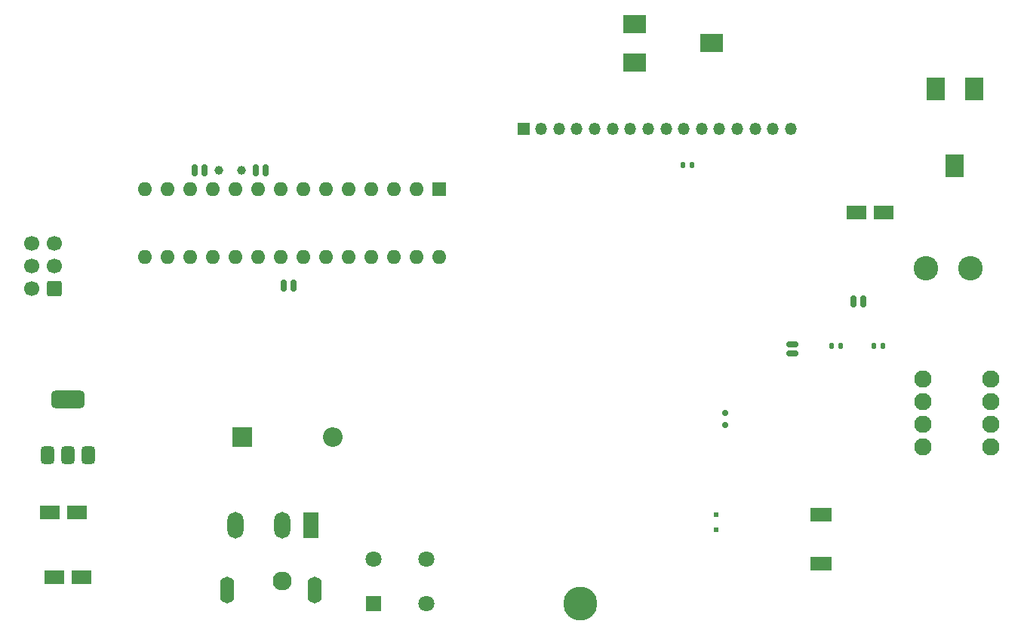
<source format=gbr>
%TF.GenerationSoftware,KiCad,Pcbnew,8.0.4*%
%TF.CreationDate,2025-05-14T15:51:55-04:00*%
%TF.ProjectId,am-receiver,616d2d72-6563-4656-9976-65722e6b6963,rev?*%
%TF.SameCoordinates,Original*%
%TF.FileFunction,Soldermask,Top*%
%TF.FilePolarity,Negative*%
%FSLAX46Y46*%
G04 Gerber Fmt 4.6, Leading zero omitted, Abs format (unit mm)*
G04 Created by KiCad (PCBNEW 8.0.4) date 2025-05-14 15:51:55*
%MOMM*%
%LPD*%
G01*
G04 APERTURE LIST*
G04 Aperture macros list*
%AMRoundRect*
0 Rectangle with rounded corners*
0 $1 Rounding radius*
0 $2 $3 $4 $5 $6 $7 $8 $9 X,Y pos of 4 corners*
0 Add a 4 corners polygon primitive as box body*
4,1,4,$2,$3,$4,$5,$6,$7,$8,$9,$2,$3,0*
0 Add four circle primitives for the rounded corners*
1,1,$1+$1,$2,$3*
1,1,$1+$1,$4,$5*
1,1,$1+$1,$6,$7*
1,1,$1+$1,$8,$9*
0 Add four rect primitives between the rounded corners*
20,1,$1+$1,$2,$3,$4,$5,0*
20,1,$1+$1,$4,$5,$6,$7,0*
20,1,$1+$1,$6,$7,$8,$9,0*
20,1,$1+$1,$8,$9,$2,$3,0*%
G04 Aperture macros list end*
%ADD10R,1.800000X1.800000*%
%ADD11C,1.800000*%
%ADD12R,2.200000X1.600000*%
%ADD13R,0.500000X0.500000*%
%ADD14RoundRect,0.135000X-0.135000X-0.185000X0.135000X-0.185000X0.135000X0.185000X-0.135000X0.185000X0*%
%ADD15C,3.800000*%
%ADD16RoundRect,0.375000X0.375000X-0.625000X0.375000X0.625000X-0.375000X0.625000X-0.375000X-0.625000X0*%
%ADD17RoundRect,0.500000X1.400000X-0.500000X1.400000X0.500000X-1.400000X0.500000X-1.400000X-0.500000X0*%
%ADD18R,2.400000X1.500000*%
%ADD19RoundRect,0.135000X0.135000X0.185000X-0.135000X0.185000X-0.135000X-0.185000X0.135000X-0.185000X0*%
%ADD20RoundRect,0.250000X0.600000X0.600000X-0.600000X0.600000X-0.600000X-0.600000X0.600000X-0.600000X0*%
%ADD21C,1.700000*%
%ADD22RoundRect,0.165000X-0.165000X-0.475000X0.165000X-0.475000X0.165000X0.475000X-0.165000X0.475000X0*%
%ADD23RoundRect,0.165000X0.475000X-0.165000X0.475000X0.165000X-0.475000X0.165000X-0.475000X-0.165000X0*%
%ADD24R,2.000000X2.500000*%
%ADD25R,2.500000X2.000000*%
%ADD26C,1.931200*%
%ADD27R,1.350000X1.350000*%
%ADD28O,1.350000X1.350000*%
%ADD29RoundRect,0.150000X0.200000X-0.150000X0.200000X0.150000X-0.200000X0.150000X-0.200000X-0.150000X0*%
%ADD30RoundRect,0.165000X0.165000X0.475000X-0.165000X0.475000X-0.165000X-0.475000X0.165000X-0.475000X0*%
%ADD31C,2.744000*%
%ADD32C,1.000000*%
%ADD33R,1.600000X1.600000*%
%ADD34O,1.600000X1.600000*%
%ADD35R,2.200000X2.200000*%
%ADD36O,2.200000X2.200000*%
%ADD37C,2.130000*%
%ADD38R,1.800000X3.000000*%
%ADD39O,1.800000X3.000000*%
%ADD40O,1.600000X3.000000*%
G04 APERTURE END LIST*
D10*
%TO.C,SW2*%
X129750000Y-132000000D03*
D11*
X129750000Y-127000000D03*
X135750000Y-132000000D03*
X135750000Y-127000000D03*
%TD*%
D12*
%TO.C,PC3*%
X184000000Y-88000000D03*
X187000000Y-88000000D03*
%TD*%
D13*
%TO.C,C1*%
X168250000Y-123700000D03*
X168250000Y-122000000D03*
%TD*%
D14*
%TO.C,R1*%
X185895000Y-103000000D03*
X186915000Y-103000000D03*
%TD*%
D15*
%TO.C,AE1*%
X153000000Y-132000000D03*
%TD*%
D16*
%TO.C,U3*%
X93200000Y-115300000D03*
X95500000Y-115300000D03*
D17*
X95500000Y-109000000D03*
D16*
X97800000Y-115300000D03*
%TD*%
D18*
%TO.C,L1*%
X180000000Y-127500000D03*
X180000000Y-122000000D03*
%TD*%
D19*
%TO.C,R4*%
X165515000Y-82650000D03*
X164495000Y-82650000D03*
%TD*%
D20*
%TO.C,J2*%
X94000000Y-96580000D03*
D21*
X91460000Y-96580000D03*
X94000000Y-94040000D03*
X91460000Y-94040000D03*
X94000000Y-91500000D03*
X91460000Y-91500000D03*
%TD*%
D22*
%TO.C,C4*%
X183615000Y-98000000D03*
X184695000Y-98000000D03*
%TD*%
D23*
%TO.C,C2*%
X176750000Y-103885000D03*
X176750000Y-102805000D03*
%TD*%
D22*
%TO.C,C6*%
X109750000Y-83250000D03*
X110830000Y-83250000D03*
%TD*%
D24*
%TO.C,RV1*%
X192850000Y-74100000D03*
X195000000Y-82750000D03*
X197150000Y-74100000D03*
%TD*%
D25*
%TO.C,RV2*%
X159100000Y-71150000D03*
X167750000Y-69000000D03*
X159100000Y-66850000D03*
%TD*%
D26*
%TO.C,U1*%
X191440000Y-106690000D03*
X191440000Y-109230000D03*
X191440000Y-111770000D03*
X191440000Y-114310000D03*
X199060000Y-114310000D03*
X199060000Y-111770000D03*
X199060000Y-109230000D03*
X199060000Y-106690000D03*
%TD*%
D14*
%TO.C,R2*%
X181145000Y-103000000D03*
X182165000Y-103000000D03*
%TD*%
D27*
%TO.C,J3*%
X146600000Y-78650000D03*
D28*
X148600000Y-78650000D03*
X150600000Y-78650000D03*
X152600000Y-78650000D03*
X154600000Y-78650000D03*
X156600000Y-78650000D03*
X158600000Y-78650000D03*
X160600000Y-78650000D03*
X162600000Y-78650000D03*
X164600000Y-78650000D03*
X166600000Y-78650000D03*
X168600000Y-78650000D03*
X170600000Y-78650000D03*
X172600000Y-78650000D03*
X174600000Y-78650000D03*
X176600000Y-78650000D03*
%TD*%
D12*
%TO.C,PC1*%
X97000000Y-129000000D03*
X94000000Y-129000000D03*
%TD*%
D29*
%TO.C,D1*%
X169250000Y-110500000D03*
X169250000Y-111900000D03*
%TD*%
D30*
%TO.C,C5*%
X117693125Y-83284333D03*
X116613125Y-83284333D03*
%TD*%
D31*
%TO.C,ST171*%
X191750000Y-94250000D03*
X196750000Y-94250000D03*
%TD*%
D32*
%TO.C,Y1*%
X115000000Y-83250000D03*
X112460000Y-83250000D03*
%TD*%
D33*
%TO.C,U2*%
X137160000Y-85380000D03*
D34*
X134620000Y-85380000D03*
X132080000Y-85380000D03*
X129540000Y-85380000D03*
X127000000Y-85380000D03*
X124460000Y-85380000D03*
X121920000Y-85380000D03*
X119380000Y-85380000D03*
X116840000Y-85380000D03*
X114300000Y-85380000D03*
X111760000Y-85380000D03*
X109220000Y-85380000D03*
X106680000Y-85380000D03*
X104140000Y-85380000D03*
X104140000Y-93000000D03*
X106680000Y-93000000D03*
X109220000Y-93000000D03*
X111760000Y-93000000D03*
X114300000Y-93000000D03*
X116840000Y-93000000D03*
X119380000Y-93000000D03*
X121920000Y-93000000D03*
X124460000Y-93000000D03*
X127000000Y-93000000D03*
X129540000Y-93000000D03*
X132080000Y-93000000D03*
X134620000Y-93000000D03*
X137160000Y-93000000D03*
%TD*%
D12*
%TO.C,PC2*%
X96500000Y-121750000D03*
X93500000Y-121750000D03*
%TD*%
D35*
%TO.C,D2*%
X115090000Y-113250000D03*
D36*
X125250000Y-113250000D03*
%TD*%
D37*
%TO.C,J1*%
X119550000Y-129450000D03*
D38*
X122750000Y-123150000D03*
D39*
X114250000Y-123150000D03*
X119550000Y-123150000D03*
D40*
X113350000Y-130450000D03*
X123150000Y-130450000D03*
%TD*%
D22*
%TO.C,C3*%
X119750000Y-96250000D03*
X120830000Y-96250000D03*
%TD*%
M02*

</source>
